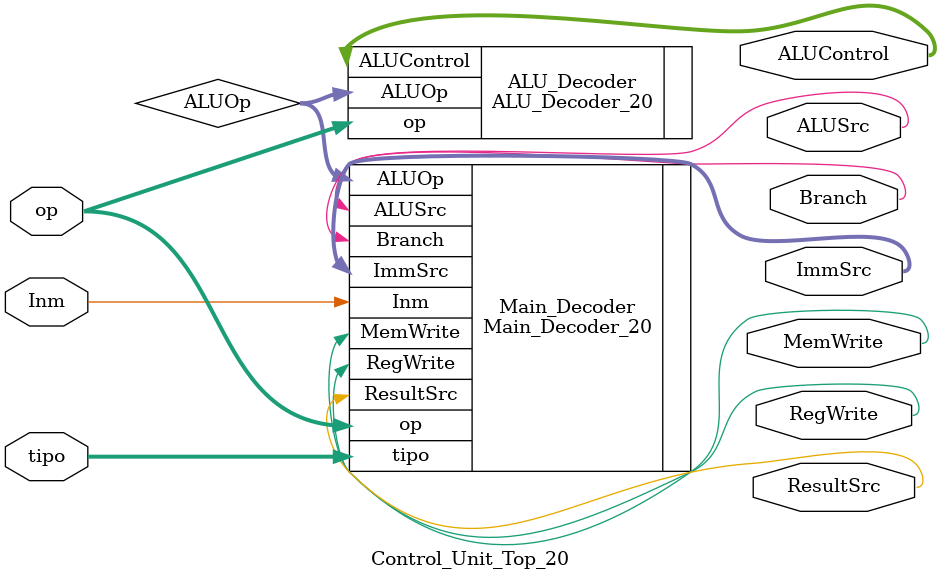
<source format=sv>
module Control_Unit_Top_20(
    input [1:0] tipo,   // Tipo de instrucción
    input [1:0] op,     // Operación específica
    input Inm,          // Bit de inmediato
	 
    output RegWrite,    // Habilitar escritura en registros
    output [1:0] ImmSrc,  // Fuente del inmediato
    output ALUSrc,      // Selección entre registro o inmediato en la ALU
    output MemWrite,    // Habilitar escritura en memoria
    output ResultSrc,   // Selección del resultado (ALU/memoria)
    output Branch,      // Indicar si es una instrucción de salto condicional
    output [2:0] ALUControl  // Control para la ALU
);

    // Señal interna para ALUOp, que determinará la operación de la ALU
    wire [1:0] ALUOp;

    // Instancia del decodificador principal
    Main_Decoder_20 Main_Decoder(
        .tipo(tipo),
        .op(op),
        .Inm(Inm),
        .RegWrite(RegWrite),
        .ImmSrc(ImmSrc),
        .MemWrite(MemWrite),
        .ResultSrc(ResultSrc),
        .Branch(Branch),
        .ALUSrc(ALUSrc),
        .ALUOp(ALUOp)
    );

    // Instancia del decodificador de la ALU
    ALU_Decoder_20 ALU_Decoder(
        .ALUOp(ALUOp),
        .op(op),
        .ALUControl(ALUControl)
    );

endmodule

</source>
